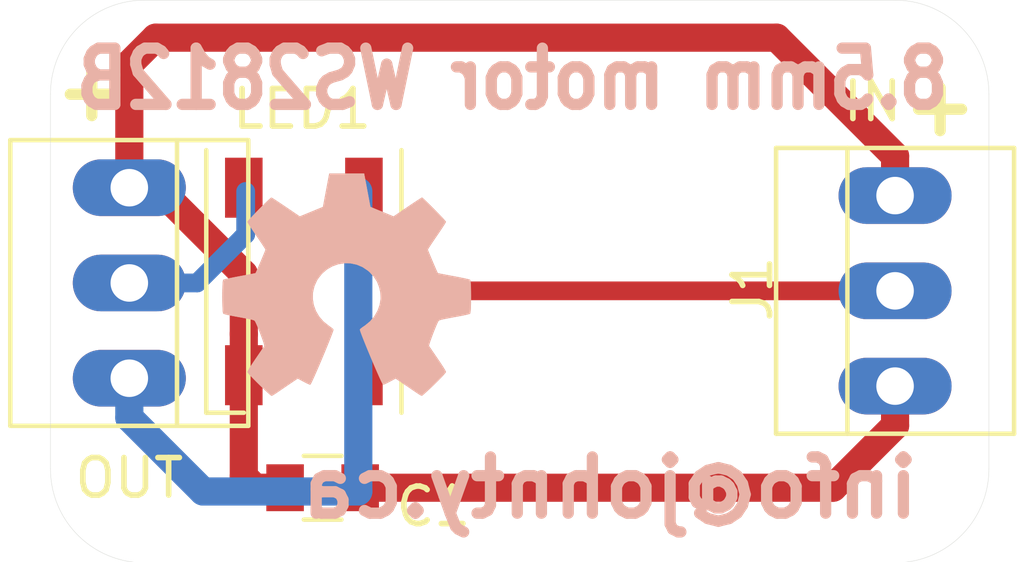
<source format=kicad_pcb>
(kicad_pcb (version 4) (host pcbnew 4.0.6)

  (general
    (links 0)
    (no_connects 3)
    (area 87.494999 92.494999 110.005001 107.505001)
    (thickness 1.6)
    (drawings 20)
    (tracks 26)
    (zones 0)
    (modules 9)
    (nets 5)
  )

  (page A4)
  (layers
    (0 F.Cu signal)
    (31 B.Cu signal)
    (32 B.Adhes user)
    (33 F.Adhes user)
    (34 B.Paste user)
    (35 F.Paste user)
    (36 B.SilkS user)
    (37 F.SilkS user)
    (38 B.Mask user)
    (39 F.Mask user)
    (40 Dwgs.User user)
    (41 Cmts.User user)
    (42 Eco1.User user)
    (43 Eco2.User user)
    (44 Edge.Cuts user)
    (45 Margin user)
    (46 B.CrtYd user)
    (47 F.CrtYd user)
    (48 B.Fab user)
    (49 F.Fab user)
  )

  (setup
    (last_trace_width 0.3)
    (trace_clearance 0.2)
    (zone_clearance 0.508)
    (zone_45_only no)
    (trace_min 0.3)
    (segment_width 0.01)
    (edge_width 0.01)
    (via_size 0.6)
    (via_drill 0.4)
    (via_min_size 0.4)
    (via_min_drill 0.3)
    (uvia_size 0.3)
    (uvia_drill 0.1)
    (uvias_allowed no)
    (uvia_min_size 0.2)
    (uvia_min_drill 0.1)
    (pcb_text_width 0.3)
    (pcb_text_size 1.5 1.5)
    (mod_edge_width 0.15)
    (mod_text_size 1 1)
    (mod_text_width 0.15)
    (pad_size 1.524 1.524)
    (pad_drill 0.762)
    (pad_to_mask_clearance 0.2)
    (aux_axis_origin 0 0)
    (grid_origin 90 92.5)
    (visible_elements FFFFFF7F)
    (pcbplotparams
      (layerselection 0x00030_80000001)
      (usegerberextensions false)
      (excludeedgelayer true)
      (linewidth 0.100000)
      (plotframeref false)
      (viasonmask false)
      (mode 1)
      (useauxorigin false)
      (hpglpennumber 1)
      (hpglpenspeed 20)
      (hpglpendiameter 15)
      (hpglpenoverlay 2)
      (psnegative false)
      (psa4output false)
      (plotreference true)
      (plotvalue true)
      (plotinvisibletext false)
      (padsonsilk false)
      (subtractmaskfromsilk false)
      (outputformat 1)
      (mirror false)
      (drillshape 1)
      (scaleselection 1)
      (outputdirectory ""))
  )

  (net 0 "")
  (net 1 "Net-(J1-Pad2)")
  (net 2 "Net-(C1-Pad1)")
  (net 3 "Net-(C1-Pad2)")
  (net 4 "Net-(J2-Pad2)")

  (net_class Default "This is the default net class."
    (clearance 0.2)
    (trace_width 0.3)
    (via_dia 0.6)
    (via_drill 0.4)
    (uvia_dia 0.3)
    (uvia_drill 0.1)
    (add_net "Net-(C1-Pad1)")
    (add_net "Net-(C1-Pad2)")
    (add_net "Net-(J1-Pad2)")
    (add_net "Net-(J2-Pad2)")
  )

  (module LEDs:LED_WS2812B-PLCC4 (layer F.Cu) (tedit 59A8CB04) (tstamp 59A8C9C9)
    (at 91.75 100 270)
    (descr http://www.world-semi.com/uploads/soft/150522/1-150522091P5.pdf)
    (tags "LED NeoPixel")
    (path /59A8C6A8)
    (attr smd)
    (fp_text reference LED1 (at -4.6 0.05 360) (layer F.SilkS)
      (effects (font (size 1 1) (thickness 0.15)))
    )
    (fp_text value WS2812B (at 0 4 270) (layer F.Fab) hide
      (effects (font (size 1 1) (thickness 0.15)))
    )
    (fp_line (start 3.75 -2.85) (end -3.75 -2.85) (layer F.CrtYd) (width 0.05))
    (fp_line (start 3.75 2.85) (end 3.75 -2.85) (layer F.CrtYd) (width 0.05))
    (fp_line (start -3.75 2.85) (end 3.75 2.85) (layer F.CrtYd) (width 0.05))
    (fp_line (start -3.75 -2.85) (end -3.75 2.85) (layer F.CrtYd) (width 0.05))
    (fp_line (start 2.5 1.5) (end 1.5 2.5) (layer F.Fab) (width 0.1))
    (fp_line (start -2.5 -2.5) (end -2.5 2.5) (layer F.Fab) (width 0.1))
    (fp_line (start -2.5 2.5) (end 2.5 2.5) (layer F.Fab) (width 0.1))
    (fp_line (start 2.5 2.5) (end 2.5 -2.5) (layer F.Fab) (width 0.1))
    (fp_line (start 2.5 -2.5) (end -2.5 -2.5) (layer F.Fab) (width 0.1))
    (fp_line (start -3.5 -2.6) (end 3.5 -2.6) (layer F.SilkS) (width 0.12))
    (fp_line (start -3.5 2.6) (end 3.5 2.6) (layer F.SilkS) (width 0.12))
    (fp_line (start 3.5 2.6) (end 3.5 1.6) (layer F.SilkS) (width 0.12))
    (fp_circle (center 0 0) (end 0 -2) (layer F.Fab) (width 0.1))
    (pad 3 smd rect (at 2.5 1.6 270) (size 1.6 1) (layers F.Cu F.Paste F.Mask)
      (net 3 "Net-(C1-Pad2)"))
    (pad 4 smd rect (at 2.5 -1.6 270) (size 1.6 1) (layers F.Cu F.Paste F.Mask)
      (net 1 "Net-(J1-Pad2)"))
    (pad 2 smd rect (at -2.5 1.6 270) (size 1.6 1) (layers F.Cu F.Paste F.Mask)
      (net 4 "Net-(J2-Pad2)"))
    (pad 1 smd rect (at -2.5 -1.6 270) (size 1.6 1) (layers F.Cu F.Paste F.Mask)
      (net 2 "Net-(C1-Pad1)"))
    (model ${KISYS3DMOD}/LEDs.3dshapes/LED_WS2812B-PLCC4.wrl
      (at (xyz 0 0 0))
      (scale (xyz 0.39 0.39 0.39))
      (rotate (xyz 0 0 180))
    )
  )

  (module Capacitors_SMD:C_0805 (layer F.Cu) (tedit 59A8DB40) (tstamp 59A8D72B)
    (at 92.25 105.5 180)
    (descr "Capacitor SMD 0805, reflow soldering, AVX (see smccp.pdf)")
    (tags "capacitor 0805")
    (path /59A8D68D)
    (attr smd)
    (fp_text reference C1 (at 0 -1.5 180) (layer F.SilkS) hide
      (effects (font (size 1 1) (thickness 0.15)))
    )
    (fp_text value C1 (at 0 1.75 180) (layer F.SilkS) hide
      (effects (font (size 1 1) (thickness 0.15)))
    )
    (fp_text user %R (at -2.95 -0.5 180) (layer F.SilkS)
      (effects (font (size 1 1) (thickness 0.15)))
    )
    (fp_line (start -1 0.62) (end -1 -0.62) (layer F.Fab) (width 0.1))
    (fp_line (start 1 0.62) (end -1 0.62) (layer F.Fab) (width 0.1))
    (fp_line (start 1 -0.62) (end 1 0.62) (layer F.Fab) (width 0.1))
    (fp_line (start -1 -0.62) (end 1 -0.62) (layer F.Fab) (width 0.1))
    (fp_line (start 0.5 -0.85) (end -0.5 -0.85) (layer F.SilkS) (width 0.12))
    (fp_line (start -0.5 0.85) (end 0.5 0.85) (layer F.SilkS) (width 0.12))
    (fp_line (start -1.75 -0.88) (end 1.75 -0.88) (layer F.CrtYd) (width 0.05))
    (fp_line (start -1.75 -0.88) (end -1.75 0.87) (layer F.CrtYd) (width 0.05))
    (fp_line (start 1.75 0.87) (end 1.75 -0.88) (layer F.CrtYd) (width 0.05))
    (fp_line (start 1.75 0.87) (end -1.75 0.87) (layer F.CrtYd) (width 0.05))
    (pad 1 smd rect (at -1 0 180) (size 1 1.25) (layers F.Cu F.Paste F.Mask)
      (net 2 "Net-(C1-Pad1)"))
    (pad 2 smd rect (at 1 0 180) (size 1 1.25) (layers F.Cu F.Paste F.Mask)
      (net 3 "Net-(C1-Pad2)"))
    (model Capacitors_SMD.3dshapes/C_0805.wrl
      (at (xyz 0 0 0))
      (scale (xyz 1 1 1))
      (rotate (xyz 0 0 0))
    )
  )

  (module Connectors:PINHEAD1-3 (layer F.Cu) (tedit 59A8DB5D) (tstamp 59A8D8EE)
    (at 87.1 97.5 270)
    (path /59A8D9D3)
    (fp_text reference J2 (at 2.59 -3.8 270) (layer F.SilkS) hide
      (effects (font (size 1 1) (thickness 0.15)))
    )
    (fp_text value OUT (at 7.74 0 360) (layer F.SilkS)
      (effects (font (size 1 1) (thickness 0.15)))
    )
    (fp_line (start -1.27 -3.17) (end -1.27 3.17) (layer F.SilkS) (width 0.12))
    (fp_line (start 6.35 -3.17) (end 6.35 3.17) (layer F.SilkS) (width 0.12))
    (fp_line (start 6.35 -1.27) (end -1.27 -1.27) (layer F.SilkS) (width 0.12))
    (fp_line (start -1.27 -3.17) (end 6.35 -3.17) (layer F.SilkS) (width 0.12))
    (fp_line (start 6.35 3.17) (end -1.27 3.17) (layer F.SilkS) (width 0.12))
    (fp_line (start -1.52 -3.42) (end 6.6 -3.42) (layer F.CrtYd) (width 0.05))
    (fp_line (start -1.52 -3.42) (end -1.52 3.42) (layer F.CrtYd) (width 0.05))
    (fp_line (start 6.6 3.42) (end 6.6 -3.42) (layer F.CrtYd) (width 0.05))
    (fp_line (start 6.6 3.42) (end -1.52 3.42) (layer F.CrtYd) (width 0.05))
    (pad 1 thru_hole oval (at 0 0 270) (size 1.51 3.01) (drill 1) (layers *.Cu *.Mask)
      (net 3 "Net-(C1-Pad2)"))
    (pad 2 thru_hole oval (at 2.54 0 270) (size 1.51 3.01) (drill 1) (layers *.Cu *.Mask)
      (net 4 "Net-(J2-Pad2)"))
    (pad 3 thru_hole oval (at 5.08 0 270) (size 1.51 3.01) (drill 1) (layers *.Cu *.Mask)
      (net 2 "Net-(C1-Pad1)"))
  )

  (module Connectors:PINHEAD1-3 (layer F.Cu) (tedit 59A8DACA) (tstamp 59A8D970)
    (at 107.5 102.79 90)
    (path /59A8D80D)
    (fp_text reference J1 (at 2.59 -3.8 90) (layer F.SilkS)
      (effects (font (size 1 1) (thickness 0.15)))
    )
    (fp_text value IN (at 7.59 -0.6 180) (layer F.SilkS)
      (effects (font (size 1 1) (thickness 0.15)))
    )
    (fp_line (start -1.27 -3.17) (end -1.27 3.17) (layer F.SilkS) (width 0.12))
    (fp_line (start 6.35 -3.17) (end 6.35 3.17) (layer F.SilkS) (width 0.12))
    (fp_line (start 6.35 -1.27) (end -1.27 -1.27) (layer F.SilkS) (width 0.12))
    (fp_line (start -1.27 -3.17) (end 6.35 -3.17) (layer F.SilkS) (width 0.12))
    (fp_line (start 6.35 3.17) (end -1.27 3.17) (layer F.SilkS) (width 0.12))
    (fp_line (start -1.52 -3.42) (end 6.6 -3.42) (layer F.CrtYd) (width 0.05))
    (fp_line (start -1.52 -3.42) (end -1.52 3.42) (layer F.CrtYd) (width 0.05))
    (fp_line (start 6.6 3.42) (end 6.6 -3.42) (layer F.CrtYd) (width 0.05))
    (fp_line (start 6.6 3.42) (end -1.52 3.42) (layer F.CrtYd) (width 0.05))
    (pad 1 thru_hole oval (at 0 0 90) (size 1.51 3.01) (drill 1) (layers *.Cu *.Mask)
      (net 2 "Net-(C1-Pad1)"))
    (pad 2 thru_hole oval (at 2.54 0 90) (size 1.51 3.01) (drill 1) (layers *.Cu *.Mask)
      (net 1 "Net-(J1-Pad2)"))
    (pad 3 thru_hole oval (at 5.08 0 90) (size 1.51 3.01) (drill 1) (layers *.Cu *.Mask)
      (net 3 "Net-(C1-Pad2)"))
  )

  (module Mounting_Holes:MountingHole_2.2mm_M2 (layer F.Cu) (tedit 59A8DA78) (tstamp 59A8DA3D)
    (at 97 97)
    (descr "Mounting Hole 2.2mm, no annular, M2")
    (tags "mounting hole 2.2mm no annular m2")
    (fp_text reference REF** (at 0 -3.2) (layer F.SilkS) hide
      (effects (font (size 1 1) (thickness 0.15)))
    )
    (fp_text value MountingHole_2.2mm_M2 (at 0 3.2) (layer F.Fab) hide
      (effects (font (size 1 1) (thickness 0.15)))
    )
    (fp_circle (center 0 0) (end 2.2 0) (layer Cmts.User) (width 0.15))
    (fp_circle (center 0 0) (end 2.45 0) (layer F.CrtYd) (width 0.05))
    (pad 1 np_thru_hole circle (at 0 0) (size 2.2 2.2) (drill 2.2) (layers *.Cu *.Mask))
  )

  (module Mounting_Holes:MountingHole_2.2mm_M2 (layer F.Cu) (tedit 59A8DA7A) (tstamp 59A8DA41)
    (at 103 97)
    (descr "Mounting Hole 2.2mm, no annular, M2")
    (tags "mounting hole 2.2mm no annular m2")
    (fp_text reference REF** (at 0 -3.2) (layer F.SilkS) hide
      (effects (font (size 1 1) (thickness 0.15)))
    )
    (fp_text value MountingHole_2.2mm_M2 (at 0 3.2) (layer F.Fab) hide
      (effects (font (size 1 1) (thickness 0.15)))
    )
    (fp_circle (center 0 0) (end 2.2 0) (layer Cmts.User) (width 0.15))
    (fp_circle (center 0 0) (end 2.45 0) (layer F.CrtYd) (width 0.05))
    (pad 1 np_thru_hole circle (at 0 0) (size 2.2 2.2) (drill 2.2) (layers *.Cu *.Mask))
  )

  (module Mounting_Holes:MountingHole_2.2mm_M2 (layer F.Cu) (tedit 59A8DA82) (tstamp 59A8DA58)
    (at 97 103)
    (descr "Mounting Hole 2.2mm, no annular, M2")
    (tags "mounting hole 2.2mm no annular m2")
    (fp_text reference REF** (at 0 -3.2) (layer F.SilkS) hide
      (effects (font (size 1 1) (thickness 0.15)))
    )
    (fp_text value MountingHole_2.2mm_M2 (at 0 3.2) (layer F.Fab) hide
      (effects (font (size 1 1) (thickness 0.15)))
    )
    (fp_circle (center 0 0) (end 2.2 0) (layer Cmts.User) (width 0.15))
    (fp_circle (center 0 0) (end 2.45 0) (layer F.CrtYd) (width 0.05))
    (pad 1 np_thru_hole circle (at 0 0) (size 2.2 2.2) (drill 2.2) (layers *.Cu *.Mask))
  )

  (module Mounting_Holes:MountingHole_2.2mm_M2 (layer F.Cu) (tedit 59A8DA7F) (tstamp 59A8DA5E)
    (at 103 103)
    (descr "Mounting Hole 2.2mm, no annular, M2")
    (tags "mounting hole 2.2mm no annular m2")
    (fp_text reference REF** (at 0 -3.2) (layer F.SilkS) hide
      (effects (font (size 1 1) (thickness 0.15)))
    )
    (fp_text value MountingHole_2.2mm_M2 (at 0 3.2) (layer F.Fab) hide
      (effects (font (size 1 1) (thickness 0.15)))
    )
    (fp_circle (center 0 0) (end 2.2 0) (layer Cmts.User) (width 0.15))
    (fp_circle (center 0 0) (end 2.45 0) (layer F.CrtYd) (width 0.05))
    (pad 1 np_thru_hole circle (at 0 0) (size 2.2 2.2) (drill 2.2) (layers *.Cu *.Mask))
  )

  (module Symbols:OSHW-Symbol_6.7x6mm_SilkScreen (layer B.Cu) (tedit 0) (tstamp 59A8E15B)
    (at 92.9 100.1 180)
    (descr "Open Source Hardware Symbol")
    (tags "Logo Symbol OSHW")
    (attr virtual)
    (fp_text reference REF*** (at 0 0 180) (layer B.SilkS) hide
      (effects (font (size 1 1) (thickness 0.15)) (justify mirror))
    )
    (fp_text value OSHW-Symbol_6.7x6mm_SilkScreen (at 0.75 0 180) (layer B.Fab) hide
      (effects (font (size 1 1) (thickness 0.15)) (justify mirror))
    )
    (fp_poly (pts (xy 0.555814 2.531069) (xy 0.639635 2.086445) (xy 0.94892 1.958947) (xy 1.258206 1.831449)
      (xy 1.629246 2.083754) (xy 1.733157 2.154004) (xy 1.827087 2.216728) (xy 1.906652 2.269062)
      (xy 1.96747 2.308143) (xy 2.005157 2.331107) (xy 2.015421 2.336058) (xy 2.03391 2.323324)
      (xy 2.07342 2.288118) (xy 2.129522 2.234938) (xy 2.197787 2.168282) (xy 2.273786 2.092646)
      (xy 2.353092 2.012528) (xy 2.431275 1.932426) (xy 2.503907 1.856836) (xy 2.566559 1.790255)
      (xy 2.614803 1.737182) (xy 2.64421 1.702113) (xy 2.651241 1.690377) (xy 2.641123 1.66874)
      (xy 2.612759 1.621338) (xy 2.569129 1.552807) (xy 2.513218 1.467785) (xy 2.448006 1.370907)
      (xy 2.410219 1.31565) (xy 2.341343 1.214752) (xy 2.28014 1.123701) (xy 2.229578 1.04703)
      (xy 2.192628 0.989272) (xy 2.172258 0.954957) (xy 2.169197 0.947746) (xy 2.176136 0.927252)
      (xy 2.195051 0.879487) (xy 2.223087 0.811168) (xy 2.257391 0.729011) (xy 2.295109 0.63973)
      (xy 2.333387 0.550042) (xy 2.36937 0.466662) (xy 2.400206 0.396306) (xy 2.423039 0.34569)
      (xy 2.435017 0.321529) (xy 2.435724 0.320578) (xy 2.454531 0.315964) (xy 2.504618 0.305672)
      (xy 2.580793 0.290713) (xy 2.677865 0.272099) (xy 2.790643 0.250841) (xy 2.856442 0.238582)
      (xy 2.97695 0.215638) (xy 3.085797 0.193805) (xy 3.177476 0.174278) (xy 3.246481 0.158252)
      (xy 3.287304 0.146921) (xy 3.295511 0.143326) (xy 3.303548 0.118994) (xy 3.310033 0.064041)
      (xy 3.31497 -0.015108) (xy 3.318364 -0.112026) (xy 3.320218 -0.220287) (xy 3.320538 -0.333465)
      (xy 3.319327 -0.445135) (xy 3.31659 -0.548868) (xy 3.312331 -0.638241) (xy 3.306555 -0.706826)
      (xy 3.299267 -0.748197) (xy 3.294895 -0.75681) (xy 3.268764 -0.767133) (xy 3.213393 -0.781892)
      (xy 3.136107 -0.799352) (xy 3.04423 -0.81778) (xy 3.012158 -0.823741) (xy 2.857524 -0.852066)
      (xy 2.735375 -0.874876) (xy 2.641673 -0.89308) (xy 2.572384 -0.907583) (xy 2.523471 -0.919292)
      (xy 2.490897 -0.929115) (xy 2.470628 -0.937956) (xy 2.458626 -0.946724) (xy 2.456947 -0.948457)
      (xy 2.440184 -0.976371) (xy 2.414614 -1.030695) (xy 2.382788 -1.104777) (xy 2.34726 -1.191965)
      (xy 2.310583 -1.285608) (xy 2.275311 -1.379052) (xy 2.243996 -1.465647) (xy 2.219193 -1.53874)
      (xy 2.203454 -1.591678) (xy 2.199332 -1.617811) (xy 2.199676 -1.618726) (xy 2.213641 -1.640086)
      (xy 2.245322 -1.687084) (xy 2.291391 -1.754827) (xy 2.348518 -1.838423) (xy 2.413373 -1.932982)
      (xy 2.431843 -1.959854) (xy 2.497699 -2.057275) (xy 2.55565 -2.146163) (xy 2.602538 -2.221412)
      (xy 2.635207 -2.27792) (xy 2.6505 -2.310581) (xy 2.651241 -2.314593) (xy 2.638392 -2.335684)
      (xy 2.602888 -2.377464) (xy 2.549293 -2.435445) (xy 2.482171 -2.505135) (xy 2.406087 -2.582045)
      (xy 2.325604 -2.661683) (xy 2.245287 -2.739561) (xy 2.169699 -2.811186) (xy 2.103405 -2.87207)
      (xy 2.050969 -2.917721) (xy 2.016955 -2.94365) (xy 2.007545 -2.947883) (xy 1.985643 -2.937912)
      (xy 1.9408 -2.91102) (xy 1.880321 -2.871736) (xy 1.833789 -2.840117) (xy 1.749475 -2.782098)
      (xy 1.649626 -2.713784) (xy 1.549473 -2.645579) (xy 1.495627 -2.609075) (xy 1.313371 -2.4858)
      (xy 1.160381 -2.56852) (xy 1.090682 -2.604759) (xy 1.031414 -2.632926) (xy 0.991311 -2.648991)
      (xy 0.981103 -2.651226) (xy 0.968829 -2.634722) (xy 0.944613 -2.588082) (xy 0.910263 -2.515609)
      (xy 0.867588 -2.421606) (xy 0.818394 -2.310374) (xy 0.76449 -2.186215) (xy 0.707684 -2.053432)
      (xy 0.649782 -1.916327) (xy 0.592593 -1.779202) (xy 0.537924 -1.646358) (xy 0.487584 -1.522098)
      (xy 0.44338 -1.410725) (xy 0.407119 -1.316539) (xy 0.380609 -1.243844) (xy 0.365658 -1.196941)
      (xy 0.363254 -1.180833) (xy 0.382311 -1.160286) (xy 0.424036 -1.126933) (xy 0.479706 -1.087702)
      (xy 0.484378 -1.084599) (xy 0.628264 -0.969423) (xy 0.744283 -0.835053) (xy 0.83143 -0.685784)
      (xy 0.888699 -0.525913) (xy 0.915086 -0.359737) (xy 0.909585 -0.191552) (xy 0.87119 -0.025655)
      (xy 0.798895 0.133658) (xy 0.777626 0.168513) (xy 0.666996 0.309263) (xy 0.536302 0.422286)
      (xy 0.390064 0.506997) (xy 0.232808 0.562806) (xy 0.069057 0.589126) (xy -0.096667 0.58537)
      (xy -0.259838 0.55095) (xy -0.415935 0.485277) (xy -0.560433 0.387765) (xy -0.605131 0.348187)
      (xy -0.718888 0.224297) (xy -0.801782 0.093876) (xy -0.858644 -0.052315) (xy -0.890313 -0.197088)
      (xy -0.898131 -0.35986) (xy -0.872062 -0.52344) (xy -0.814755 -0.682298) (xy -0.728856 -0.830906)
      (xy -0.617014 -0.963735) (xy -0.481877 -1.075256) (xy -0.464117 -1.087011) (xy -0.40785 -1.125508)
      (xy -0.365077 -1.158863) (xy -0.344628 -1.18016) (xy -0.344331 -1.180833) (xy -0.348721 -1.203871)
      (xy -0.366124 -1.256157) (xy -0.394732 -1.33339) (xy -0.432735 -1.431268) (xy -0.478326 -1.545491)
      (xy -0.529697 -1.671758) (xy -0.585038 -1.805767) (xy -0.642542 -1.943218) (xy -0.700399 -2.079808)
      (xy -0.756802 -2.211237) (xy -0.809942 -2.333205) (xy -0.85801 -2.441409) (xy -0.899199 -2.531549)
      (xy -0.931699 -2.599323) (xy -0.953703 -2.64043) (xy -0.962564 -2.651226) (xy -0.98964 -2.642819)
      (xy -1.040303 -2.620272) (xy -1.105817 -2.587613) (xy -1.141841 -2.56852) (xy -1.294832 -2.4858)
      (xy -1.477088 -2.609075) (xy -1.570125 -2.672228) (xy -1.671985 -2.741727) (xy -1.767438 -2.807165)
      (xy -1.81525 -2.840117) (xy -1.882495 -2.885273) (xy -1.939436 -2.921057) (xy -1.978646 -2.942938)
      (xy -1.991381 -2.947563) (xy -2.009917 -2.935085) (xy -2.050941 -2.900252) (xy -2.110475 -2.846678)
      (xy -2.184542 -2.777983) (xy -2.269165 -2.697781) (xy -2.322685 -2.646286) (xy -2.416319 -2.554286)
      (xy -2.497241 -2.471999) (xy -2.562177 -2.402945) (xy -2.607858 -2.350644) (xy -2.631011 -2.318616)
      (xy -2.633232 -2.312116) (xy -2.622924 -2.287394) (xy -2.594439 -2.237405) (xy -2.550937 -2.167212)
      (xy -2.495577 -2.081875) (xy -2.43152 -1.986456) (xy -2.413303 -1.959854) (xy -2.346927 -1.863167)
      (xy -2.287378 -1.776117) (xy -2.237984 -1.703595) (xy -2.202075 -1.650493) (xy -2.182981 -1.621703)
      (xy -2.181136 -1.618726) (xy -2.183895 -1.595782) (xy -2.198538 -1.545336) (xy -2.222513 -1.474041)
      (xy -2.253266 -1.388547) (xy -2.288244 -1.295507) (xy -2.324893 -1.201574) (xy -2.360661 -1.113399)
      (xy -2.392994 -1.037634) (xy -2.419338 -0.980931) (xy -2.437142 -0.949943) (xy -2.438407 -0.948457)
      (xy -2.449294 -0.939601) (xy -2.467682 -0.930843) (xy -2.497606 -0.921277) (xy -2.543103 -0.909996)
      (xy -2.608209 -0.896093) (xy -2.696961 -0.878663) (xy -2.813393 -0.856798) (xy -2.961542 -0.829591)
      (xy -2.993618 -0.823741) (xy -3.088686 -0.805374) (xy -3.171565 -0.787405) (xy -3.23493 -0.771569)
      (xy -3.271458 -0.7596) (xy -3.276356 -0.75681) (xy -3.284427 -0.732072) (xy -3.290987 -0.67679)
      (xy -3.296033 -0.597389) (xy -3.299559 -0.500296) (xy -3.301561 -0.391938) (xy -3.302036 -0.27874)
      (xy -3.300977 -0.167128) (xy -3.298382 -0.063529) (xy -3.294246 0.025632) (xy -3.288563 0.093928)
      (xy -3.281331 0.134934) (xy -3.276971 0.143326) (xy -3.252698 0.151792) (xy -3.197426 0.165565)
      (xy -3.116662 0.18345) (xy -3.015912 0.204252) (xy -2.900683 0.226777) (xy -2.837902 0.238582)
      (xy -2.718787 0.260849) (xy -2.612565 0.281021) (xy -2.524427 0.298085) (xy -2.459566 0.311031)
      (xy -2.423174 0.318845) (xy -2.417184 0.320578) (xy -2.407061 0.34011) (xy -2.385662 0.387157)
      (xy -2.355839 0.454997) (xy -2.320445 0.536909) (xy -2.282332 0.626172) (xy -2.244353 0.716065)
      (xy -2.20936 0.799865) (xy -2.180206 0.870853) (xy -2.159743 0.922306) (xy -2.150823 0.947503)
      (xy -2.150657 0.948604) (xy -2.160769 0.968481) (xy -2.189117 1.014223) (xy -2.232723 1.081283)
      (xy -2.288606 1.165116) (xy -2.353787 1.261174) (xy -2.391679 1.31635) (xy -2.460725 1.417519)
      (xy -2.52205 1.50937) (xy -2.572663 1.587256) (xy -2.609571 1.646531) (xy -2.629782 1.682549)
      (xy -2.632701 1.690623) (xy -2.620153 1.709416) (xy -2.585463 1.749543) (xy -2.533063 1.806507)
      (xy -2.467384 1.875815) (xy -2.392856 1.952969) (xy -2.313913 2.033475) (xy -2.234983 2.112837)
      (xy -2.1605 2.18656) (xy -2.094894 2.250148) (xy -2.042596 2.299106) (xy -2.008039 2.328939)
      (xy -1.996478 2.336058) (xy -1.977654 2.326047) (xy -1.932631 2.297922) (xy -1.865787 2.254546)
      (xy -1.781499 2.198782) (xy -1.684144 2.133494) (xy -1.610707 2.083754) (xy -1.239667 1.831449)
      (xy -0.621095 2.086445) (xy -0.537275 2.531069) (xy -0.453454 2.975693) (xy 0.471994 2.975693)
      (xy 0.555814 2.531069)) (layer B.SilkS) (width 0.01))
  )

  (gr_text info@johnty.ca (at 99.9 105.5) (layer B.SilkS)
    (effects (font (size 1.5 1.5) (thickness 0.3)) (justify mirror))
  )
  (gr_text "8.5mm motor WS2812B" (at 97.3 94.6) (layer B.SilkS)
    (effects (font (size 1.5 1.3) (thickness 0.3)) (justify mirror))
  )
  (gr_line (start 107.5 92.5) (end 90 92.5) (layer Edge.Cuts) (width 0.01))
  (gr_line (start 90 92.5) (end 87.5 92.5) (layer Edge.Cuts) (width 0.01))
  (gr_text + (at 86.1 94.9) (layer F.SilkS)
    (effects (font (size 1.5 1.5) (thickness 0.3)))
  )
  (gr_text + (at 108.7 95.3) (layer F.SilkS)
    (effects (font (size 1.5 1.5) (thickness 0.3)))
  )
  (gr_line (start 90 107.5) (end 87.5 107.5) (layer Edge.Cuts) (width 0.01))
  (gr_line (start 107.5 107.5) (end 90 107.5) (layer Edge.Cuts) (width 0.01))
  (gr_line (start 85 95) (end 85 105) (layer Edge.Cuts) (width 0.01))
  (gr_line (start 110 95) (end 110 105) (layer Edge.Cuts) (width 0.01))
  (gr_arc (start 87.5 105) (end 87.5 107.5) (angle 90) (layer Edge.Cuts) (width 0.01))
  (gr_arc (start 87.5 95) (end 85 95) (angle 89.9) (layer Edge.Cuts) (width 0.01))
  (gr_arc (start 107.5 95) (end 107.5 92.5) (angle 90) (layer Edge.Cuts) (width 0.01))
  (gr_arc (start 107.5 105) (end 110 105) (angle 90) (layer Edge.Cuts) (width 0.01))
  (gr_line (start 95 105) (end 100 100) (layer Eco1.User) (width 0.01))
  (gr_line (start 105 105) (end 95 105) (layer Eco1.User) (width 0.01))
  (gr_line (start 95 95) (end 105 105) (layer Eco1.User) (width 0.01))
  (gr_line (start 105 95) (end 95 95) (layer Eco1.User) (width 0.01))
  (gr_line (start 100 100) (end 105 95) (layer Eco1.User) (width 0.01))
  (gr_circle (center 100 100) (end 104.25 100) (layer Eco1.User) (width 0.01))

  (segment (start 107.5 100.25) (end 95.3 100.25) (width 0.5) (layer F.Cu) (net 1))
  (segment (start 95.3 100.25) (end 93.35 102.2) (width 0.5) (layer F.Cu) (net 1))
  (segment (start 93.35 102.2) (end 93.35 102.5) (width 0.5) (layer F.Cu) (net 1))
  (segment (start 93.2 105.6) (end 93.2 97.6) (width 0.75) (layer B.Cu) (net 2))
  (segment (start 89.065 105.6) (end 93.2 105.6) (width 0.75) (layer B.Cu) (net 2))
  (segment (start 87.1 102.58) (end 87.1 103.635) (width 0.75) (layer B.Cu) (net 2))
  (segment (start 87.1 103.635) (end 89.065 105.6) (width 0.75) (layer B.Cu) (net 2))
  (segment (start 93.25 105.5) (end 105.845 105.5) (width 0.75) (layer F.Cu) (net 2))
  (segment (start 107.5 103.845) (end 107.5 102.79) (width 0.75) (layer F.Cu) (net 2))
  (segment (start 105.845 105.5) (end 107.5 103.845) (width 0.75) (layer F.Cu) (net 2))
  (segment (start 90.15 102.5) (end 90.15 105.2) (width 0.75) (layer F.Cu) (net 3))
  (segment (start 90.15 105.2) (end 90.45 105.5) (width 0.75) (layer F.Cu) (net 3))
  (segment (start 90.45 105.5) (end 91.25 105.5) (width 0.75) (layer F.Cu) (net 3))
  (segment (start 87.1 97.5) (end 87.85 97.5) (width 0.75) (layer F.Cu) (net 3))
  (segment (start 87.85 97.5) (end 90.15 99.8) (width 0.75) (layer F.Cu) (net 3))
  (segment (start 90.15 99.8) (end 90.15 101.4) (width 0.75) (layer F.Cu) (net 3))
  (segment (start 90.15 101.4) (end 90.15 102.5) (width 0.75) (layer F.Cu) (net 3))
  (segment (start 87.8 93.5) (end 87.1 94.2) (width 0.75) (layer F.Cu) (net 3))
  (segment (start 87.1 94.2) (end 87.1 97.5) (width 0.75) (layer F.Cu) (net 3))
  (segment (start 104.345 93.5) (end 87.8 93.5) (width 0.75) (layer F.Cu) (net 3))
  (segment (start 107.5 97.71) (end 107.5 96.655) (width 0.75) (layer F.Cu) (net 3))
  (segment (start 107.5 96.655) (end 104.345 93.5) (width 0.75) (layer F.Cu) (net 3))
  (segment (start 90.2 98.745) (end 90.2 97.6) (width 0.5) (layer B.Cu) (net 4))
  (segment (start 90.1 98.845) (end 90.2 98.745) (width 0.5) (layer B.Cu) (net 4))
  (segment (start 87.1 100.04) (end 88.905 100.04) (width 0.5) (layer B.Cu) (net 4))
  (segment (start 88.905 100.04) (end 90.1 98.845) (width 0.5) (layer B.Cu) (net 4))

)

</source>
